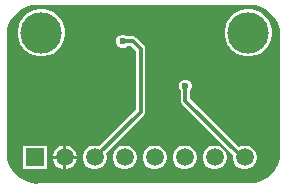
<source format=gbl>
G04*
G04 #@! TF.GenerationSoftware,Altium Limited,Altium Designer,23.8.1 (32)*
G04*
G04 Layer_Physical_Order=2*
G04 Layer_Color=16711680*
%FSLAX44Y44*%
%MOMM*%
G71*
G04*
G04 #@! TF.SameCoordinates,8C545C58-4F73-44F2-8FA6-FEC30D537232*
G04*
G04*
G04 #@! TF.FilePolarity,Positive*
G04*
G01*
G75*
%ADD26C,0.3000*%
%ADD29C,3.5000*%
%ADD30C,1.5000*%
%ADD31R,1.5000X1.5000*%
%ADD32C,0.6000*%
G36*
X971519Y831731D02*
X976345Y830267D01*
X980792Y827889D01*
X984690Y824690D01*
X987889Y820792D01*
X990267Y816345D01*
X991731Y811519D01*
X992097Y807802D01*
X992097Y807802D01*
X992097D01*
X992115Y807784D01*
Y709228D01*
X992115Y709040D01*
X992097Y707801D01*
X992225Y706500D01*
X991731Y701481D01*
X990267Y696656D01*
X987889Y692208D01*
X984690Y688310D01*
X980792Y685110D01*
X976345Y682733D01*
X971519Y681269D01*
X967802Y680903D01*
X967802Y680903D01*
Y680903D01*
X967784Y680885D01*
X789228D01*
X789040Y680885D01*
X787802Y680903D01*
X786500Y680775D01*
X781481Y681269D01*
X776656Y682733D01*
X772208Y685110D01*
X768310Y688310D01*
X765111Y692208D01*
X762733Y696656D01*
X761270Y701481D01*
X760903Y705198D01*
X760903Y705199D01*
X760903D01*
X760885Y705216D01*
Y803772D01*
X760885Y803960D01*
X760903Y805199D01*
X760775Y806500D01*
X761269Y811519D01*
X762733Y816345D01*
X765110Y820792D01*
X768310Y824690D01*
X772208Y827889D01*
X776656Y830267D01*
X781481Y831731D01*
X785198Y832097D01*
X785199Y832097D01*
Y832097D01*
X785216Y832115D01*
X963772D01*
X963960Y832115D01*
X965199Y832097D01*
X966500Y832225D01*
X971519Y831731D01*
D02*
G37*
%LPC*%
G36*
X967190Y828570D02*
X963242D01*
X959370Y827800D01*
X955723Y826289D01*
X952441Y824096D01*
X949650Y821305D01*
X947457Y818023D01*
X945946Y814376D01*
X945176Y810504D01*
Y806556D01*
X945946Y802685D01*
X947457Y799037D01*
X949650Y795755D01*
X952441Y792964D01*
X955723Y790771D01*
X959370Y789260D01*
X963242Y788490D01*
X967190D01*
X971061Y789260D01*
X974708Y790771D01*
X977991Y792964D01*
X980782Y795755D01*
X982975Y799037D01*
X984486Y802685D01*
X985256Y806556D01*
Y810504D01*
X984486Y814376D01*
X982975Y818023D01*
X980782Y821305D01*
X977991Y824096D01*
X974708Y826289D01*
X971061Y827800D01*
X967190Y828570D01*
D02*
G37*
G36*
X791930D02*
X787982D01*
X784110Y827800D01*
X780463Y826289D01*
X777181Y824096D01*
X774390Y821305D01*
X772197Y818023D01*
X770686Y814376D01*
X769916Y810504D01*
Y806556D01*
X770686Y802685D01*
X772197Y799037D01*
X774390Y795755D01*
X777181Y792964D01*
X780463Y790771D01*
X784110Y789260D01*
X787982Y788490D01*
X791930D01*
X795801Y789260D01*
X799448Y790771D01*
X802731Y792964D01*
X805522Y795755D01*
X807715Y799037D01*
X809226Y802685D01*
X809996Y806556D01*
Y810504D01*
X809226Y814376D01*
X807715Y818023D01*
X805522Y821305D01*
X802731Y824096D01*
X799448Y826289D01*
X795801Y827800D01*
X791930Y828570D01*
D02*
G37*
G36*
X860102Y806940D02*
X857898D01*
X855862Y806097D01*
X854303Y804538D01*
X853460Y802502D01*
Y800298D01*
X854303Y798262D01*
X855862Y796703D01*
X857898Y795860D01*
X860102D01*
X862138Y796703D01*
X862716Y797281D01*
X865894D01*
X869881Y793294D01*
Y743404D01*
X838771Y712295D01*
X836490Y712906D01*
X833846D01*
X831293Y712222D01*
X829003Y710900D01*
X827134Y709031D01*
X825812Y706741D01*
X825128Y704188D01*
Y701544D01*
X825812Y698991D01*
X827134Y696701D01*
X829003Y694832D01*
X831293Y693510D01*
X833846Y692826D01*
X836490D01*
X839043Y693510D01*
X841333Y694832D01*
X843202Y696701D01*
X844524Y698991D01*
X845208Y701544D01*
Y704188D01*
X844597Y706469D01*
X876913Y738785D01*
X877806Y740122D01*
X878119Y741698D01*
Y795000D01*
X877806Y796576D01*
X876913Y797913D01*
X870513Y804313D01*
X869176Y805206D01*
X867600Y805519D01*
X862716D01*
X862138Y806097D01*
X860102Y806940D01*
D02*
G37*
G36*
X811090Y712906D02*
X811038D01*
Y704136D01*
X819808D01*
Y704188D01*
X819124Y706741D01*
X817802Y709031D01*
X815933Y710900D01*
X813643Y712222D01*
X811090Y712906D01*
D02*
G37*
G36*
X808498D02*
X808446D01*
X805893Y712222D01*
X803603Y710900D01*
X801734Y709031D01*
X800412Y706741D01*
X799728Y704188D01*
Y704136D01*
X808498D01*
Y712906D01*
D02*
G37*
G36*
X913102Y768840D02*
X910898D01*
X908862Y767997D01*
X907303Y766438D01*
X906460Y764402D01*
Y762198D01*
X907303Y760162D01*
X907881Y759584D01*
Y751000D01*
X908194Y749424D01*
X909087Y748087D01*
X952309Y704865D01*
X952128Y704188D01*
Y701544D01*
X952812Y698991D01*
X954134Y696701D01*
X956003Y694832D01*
X958293Y693510D01*
X960846Y692826D01*
X963490D01*
X966043Y693510D01*
X968333Y694832D01*
X970202Y696701D01*
X971524Y698991D01*
X972208Y701544D01*
Y704188D01*
X971524Y706741D01*
X970202Y709031D01*
X968333Y710900D01*
X966043Y712222D01*
X963490Y712906D01*
X960846D01*
X958293Y712222D01*
X957222Y711603D01*
X916119Y752706D01*
Y759584D01*
X916697Y760162D01*
X917540Y762198D01*
Y764402D01*
X916697Y766438D01*
X915138Y767997D01*
X913102Y768840D01*
D02*
G37*
G36*
X938090Y712906D02*
X935446D01*
X932893Y712222D01*
X930603Y710900D01*
X928734Y709031D01*
X927412Y706741D01*
X926728Y704188D01*
Y701544D01*
X927412Y698991D01*
X928734Y696701D01*
X930603Y694832D01*
X932893Y693510D01*
X935446Y692826D01*
X938090D01*
X940643Y693510D01*
X942933Y694832D01*
X944802Y696701D01*
X946124Y698991D01*
X946808Y701544D01*
Y704188D01*
X946124Y706741D01*
X944802Y709031D01*
X942933Y710900D01*
X940643Y712222D01*
X938090Y712906D01*
D02*
G37*
G36*
X912690D02*
X910046D01*
X907493Y712222D01*
X905203Y710900D01*
X903334Y709031D01*
X902012Y706741D01*
X901328Y704188D01*
Y701544D01*
X902012Y698991D01*
X903334Y696701D01*
X905203Y694832D01*
X907493Y693510D01*
X910046Y692826D01*
X912690D01*
X915243Y693510D01*
X917533Y694832D01*
X919402Y696701D01*
X920724Y698991D01*
X921408Y701544D01*
Y704188D01*
X920724Y706741D01*
X919402Y709031D01*
X917533Y710900D01*
X915243Y712222D01*
X912690Y712906D01*
D02*
G37*
G36*
X887290D02*
X884646D01*
X882093Y712222D01*
X879803Y710900D01*
X877934Y709031D01*
X876612Y706741D01*
X875928Y704188D01*
Y701544D01*
X876612Y698991D01*
X877934Y696701D01*
X879803Y694832D01*
X882093Y693510D01*
X884646Y692826D01*
X887290D01*
X889843Y693510D01*
X892133Y694832D01*
X894002Y696701D01*
X895324Y698991D01*
X896008Y701544D01*
Y704188D01*
X895324Y706741D01*
X894002Y709031D01*
X892133Y710900D01*
X889843Y712222D01*
X887290Y712906D01*
D02*
G37*
G36*
X861890D02*
X859246D01*
X856693Y712222D01*
X854403Y710900D01*
X852534Y709031D01*
X851212Y706741D01*
X850528Y704188D01*
Y701544D01*
X851212Y698991D01*
X852534Y696701D01*
X854403Y694832D01*
X856693Y693510D01*
X859246Y692826D01*
X861890D01*
X864443Y693510D01*
X866733Y694832D01*
X868602Y696701D01*
X869924Y698991D01*
X870608Y701544D01*
Y704188D01*
X869924Y706741D01*
X868602Y709031D01*
X866733Y710900D01*
X864443Y712222D01*
X861890Y712906D01*
D02*
G37*
G36*
X819808Y701596D02*
X811038D01*
Y692826D01*
X811090D01*
X813643Y693510D01*
X815933Y694832D01*
X817802Y696701D01*
X819124Y698991D01*
X819808Y701544D01*
Y701596D01*
D02*
G37*
G36*
X808498D02*
X799728D01*
Y701544D01*
X800412Y698991D01*
X801734Y696701D01*
X803603Y694832D01*
X805893Y693510D01*
X808446Y692826D01*
X808498D01*
Y701596D01*
D02*
G37*
G36*
X794408Y712906D02*
X774328D01*
Y692826D01*
X794408D01*
Y712906D01*
D02*
G37*
%LPD*%
D26*
X867600Y801400D02*
X874000Y795000D01*
Y741698D02*
Y795000D01*
X835168Y702866D02*
X874000Y741698D01*
X859000Y801400D02*
X867600D01*
X912000Y751000D02*
X960134Y702866D01*
X962168D01*
X912000Y751000D02*
Y763300D01*
D29*
X965216Y808530D02*
D03*
X789956D02*
D03*
D30*
X962168Y702866D02*
D03*
X936768D02*
D03*
X911368D02*
D03*
X885968D02*
D03*
X860568D02*
D03*
X835168D02*
D03*
X809768D02*
D03*
D31*
X784368D02*
D03*
D32*
X859000Y801400D02*
D03*
X912000Y763300D02*
D03*
M02*

</source>
